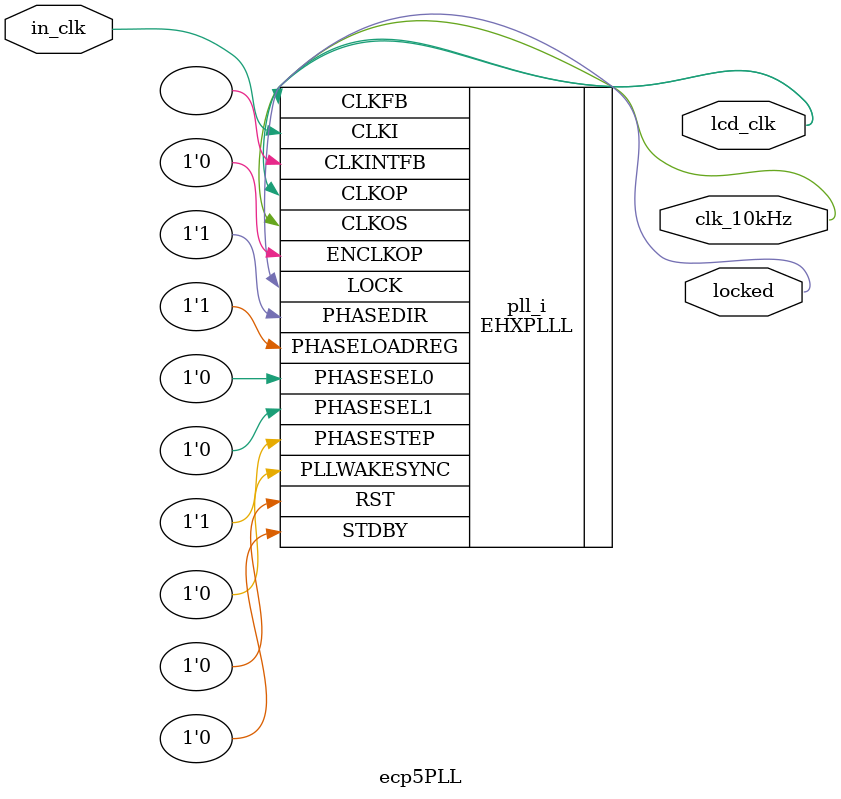
<source format=v>
module ecp5PLL
(
    input in_clk, // 12 MHz, 0 deg
    output lcd_clk, // 48 MHz, 0 deg
    output clk_10kHz, // 0.01 MHz, 0 deg
    output locked
);
(* FREQUENCY_PIN_CLKI="12" *)
(* FREQUENCY_PIN_CLKOP="48" *)
(* FREQUENCY_PIN_CLKOS="0.01" *)
(* ICP_CURRENT="12" *) (* LPF_RESISTOR="8" *) (* MFG_ENABLE_FILTEROPAMP="1" *) (* MFG_GMCREF_SEL="2" *)
EHXPLLL #(
        .PLLRST_ENA("DISABLED"),
        .INTFB_WAKE("DISABLED"),
        .STDBY_ENABLE("DISABLED"),
        .DPHASE_SOURCE("DISABLED"),
        .OUTDIVIDER_MUXA("DIVA"),
        .OUTDIVIDER_MUXB("DIVB"),
        .OUTDIVIDER_MUXC("DIVC"),
        .OUTDIVIDER_MUXD("DIVD"),
        .CLKI_DIV(1),
        .CLKOP_ENABLE("ENABLED"),
        .CLKOP_DIV(12),
        .CLKOP_CPHASE(5),
        .CLKOP_FPHASE(0),
        .CLKOS_ENABLE("ENABLED"),
        .CLKOS_DIV(57600),
        .CLKOS_CPHASE(5),
        .CLKOS_FPHASE(0),
        .FEEDBK_PATH("CLKOP"),
        .CLKFB_DIV(4)
    ) pll_i (
        .RST(1'b0),
        .STDBY(1'b0),
        .CLKI(in_clk),
        .CLKOP(lcd_clk),
        .CLKOS(clk_10kHz),
        .CLKFB(lcd_clk),
        .CLKINTFB(),
        .PHASESEL0(1'b0),
        .PHASESEL1(1'b0),
        .PHASEDIR(1'b1),
        .PHASESTEP(1'b1),
        .PHASELOADREG(1'b1),
        .PLLWAKESYNC(1'b0),
        .ENCLKOP(1'b0),
        .LOCK(locked)
	);
endmodule
</source>
